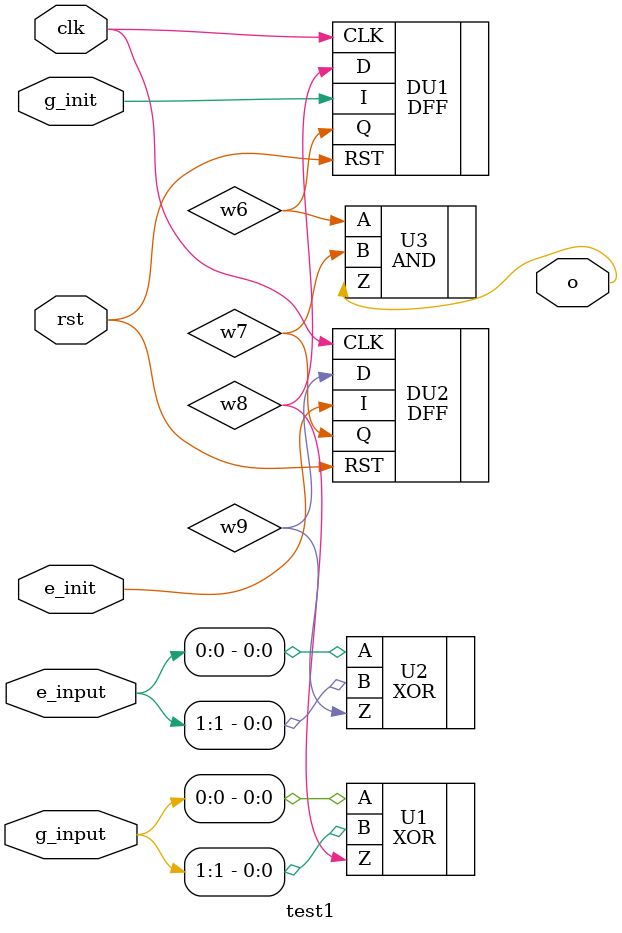
<source format=v>
module test1 ( 
  clk, 
  rst, 
  g_init, 
  e_init, 
  g_input, 
  e_input, 
  o);

input clk, rst;
input  g_init;
input  e_init;
input [1:0] g_input;
input [1:0] e_input;
output o;

wire w6, w7, w8, w9;

XOR U1 (.A(g_input[0]),  .B(g_input[1]),  .Z(w8));
XOR U2 (.A(e_input[0]),  .B(e_input[1]),  .Z(w9));
AND  U3 (.A(w6),       .B(w7),  .Z(o));

DFF DU1 ( .D(w8), .CLK(clk), .RST(rst), .I(g_init),   .Q(w6));
DFF DU2 ( .D(w9), .CLK(clk), .RST(rst), .I(e_init),   .Q(w7));


endmodule

</source>
